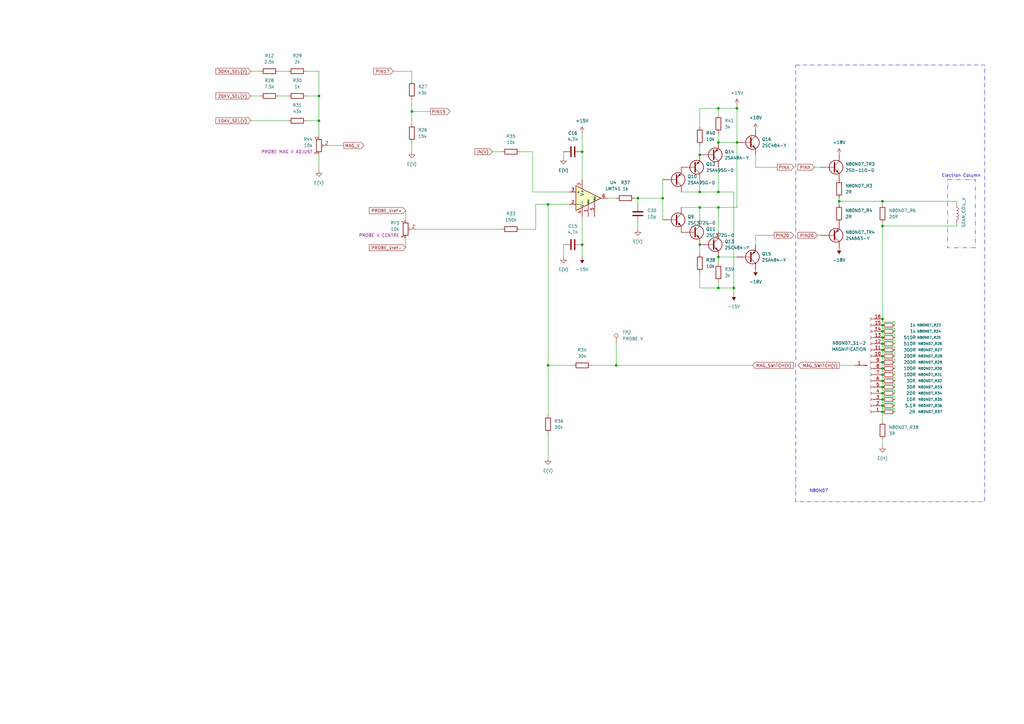
<source format=kicad_sch>
(kicad_sch (version 20250114) (generator "eeschema") (generator_version "9.0")
  (paper "A3")
  (lib_symbols
    (symbol "Amplifier_Operational:LM741" (pin_names (offset 0.127))
      (property "Reference" "U" (at 0 6.35 0))
      (property "Value" "LM741" (at 0 3.81 0))
      (symbol "LM741_0_1"
        (polyline (pts (xy -5.08 5.08) (xy 5.08 0) (xy -5.08 -5.08) (xy -5.08 5.08)) (stroke (width 0.254)) (fill (type background)))
      )
      (symbol "LM741_1_1"
        (pin input line (at -7.62 2.54 0) (length 2.54) (name "+") (number "3"))
        (pin input line (at -7.62 -2.54 0) (length 2.54) (name "-") (number "2"))
        (pin power_in line (at -2.54 7.62 270) (length 3.81) (name "V+") (number "7"))
        (pin power_in line (at -2.54 -7.62 90) (length 3.81) (name "V-") (number "4"))
        (pin no_connect line (at 0 2.54 270) (length 2.54) (hide yes) (name "NC") (number "8"))
        (pin input line (at 0 -7.62 90) (length 5.08) (name "NULL") (number "1"))
        (pin input line (at 2.54 -7.62 90) (length 6.35) (name "NULL") (number "5"))
        (pin output line (at 7.62 0 180) (length 2.54) (name "~") (number "6"))
      )
    )
    (symbol "Connector:Conn_01x01_Pin" (pin_names (offset 1.016) (hide yes))
      (property "Reference" "J" (at 0 2.54 0))
      (property "Value" "Conn_01x01_Pin" (at 0 -2.54 0))
      (symbol "Conn_01x01_Pin_1_1"
        (rectangle (start 0.8636 0.127) (end 0 -0.127) (stroke (width 0.1524)) (fill (type outline)))
        (polyline (pts (xy 1.27 0) (xy 0.8636 0)) (stroke (width 0.1524)))
        (pin passive line (at 5.08 0 180) (length 3.81) (name "Pin_1") (number "1"))
      )
    )
    (symbol "Connector:Conn_01x16_Socket" (pin_names (offset 1.016) (hide yes))
      (property "Reference" "J" (at 0 20.32 0))
      (property "Value" "Conn_01x16_Socket" (at 0 -22.86 0))
      (symbol "Conn_01x16_Socket_1_1"
        (polyline (pts (xy -1.27 17.78) (xy -0.508 17.78)) (stroke (width 0.1524)))
        (polyline (pts (xy -1.27 15.24) (xy -0.508 15.24)) (stroke (width 0.1524)))
        (polyline (pts (xy -1.27 12.7) (xy -0.508 12.7)) (stroke (width 0.1524)))
        (polyline (pts (xy -1.27 10.16) (xy -0.508 10.16)) (stroke (width 0.1524)))
        (polyline (pts (xy -1.27 7.62) (xy -0.508 7.62)) (stroke (width 0.1524)))
        (polyline (pts (xy -1.27 5.08) (xy -0.508 5.08)) (stroke (width 0.1524)))
        (polyline (pts (xy -1.27 2.54) (xy -0.508 2.54)) (stroke (width 0.1524)))
        (polyline (pts (xy -1.27 0) (xy -0.508 0)) (stroke (width 0.1524)))
        (polyline (pts (xy -1.27 -2.54) (xy -0.508 -2.54)) (stroke (width 0.1524)))
        (polyline (pts (xy -1.27 -5.08) (xy -0.508 -5.08)) (stroke (width 0.1524)))
        (polyline (pts (xy -1.27 -7.62) (xy -0.508 -7.62)) (stroke (width 0.1524)))
        (polyline (pts (xy -1.27 -10.16) (xy -0.508 -10.16)) (stroke (width 0.1524)))
        (polyline (pts (xy -1.27 -12.7) (xy -0.508 -12.7)) (stroke (width 0.1524)))
        (polyline (pts (xy -1.27 -15.24) (xy -0.508 -15.24)) (stroke (width 0.1524)))
        (polyline (pts (xy -1.27 -17.78) (xy -0.508 -17.78)) (stroke (width 0.1524)))
        (polyline (pts (xy -1.27 -20.32) (xy -0.508 -20.32)) (stroke (width 0.1524)))
        (arc (start 0 17.272) (mid -0.5058 17.78) (end 0 18.288) (stroke (width 0.1524)))
        (arc (start 0 14.732) (mid -0.5058 15.24) (end 0 15.748) (stroke (width 0.1524)))
        (arc (start 0 12.192) (mid -0.5058 12.7) (end 0 13.208) (stroke (width 0.1524)))
        (arc (start 0 9.652) (mid -0.5058 10.16) (end 0 10.668) (stroke (width 0.1524)))
        (arc (start 0 7.112) (mid -0.5058 7.62) (end 0 8.128) (stroke (width 0.1524)))
        (arc (start 0 4.572) (mid -0.5058 5.08) (end 0 5.588) (stroke (width 0.1524)))
        (arc (start 0 2.032) (mid -0.5058 2.54) (end 0 3.048) (stroke (width 0.1524)))
        (arc (start 0 -0.508) (mid -0.5058 0) (end 0 0.508) (stroke (width 0.1524)))
        (arc (start 0 -3.048) (mid -0.5058 -2.54) (end 0 -2.032) (stroke (width 0.1524)))
        (arc (start 0 -5.588) (mid -0.5058 -5.08) (end 0 -4.572) (stroke (width 0.1524)))
        (arc (start 0 -8.128) (mid -0.5058 -7.62) (end 0 -7.112) (stroke (width 0.1524)))
        (arc (start 0 -10.668) (mid -0.5058 -10.16) (end 0 -9.652) (stroke (width 0.1524)))
        (arc (start 0 -13.208) (mid -0.5058 -12.7) (end 0 -12.192) (stroke (width 0.1524)))
        (arc (start 0 -15.748) (mid -0.5058 -15.24) (end 0 -14.732) (stroke (width 0.1524)))
        (arc (start 0 -18.288) (mid -0.5058 -17.78) (end 0 -17.272) (stroke (width 0.1524)))
        (arc (start 0 -20.828) (mid -0.5058 -20.32) (end 0 -19.812) (stroke (width 0.1524)))
        (pin passive line (at -5.08 17.78 0) (length 3.81) (name "Pin_1") (number "1"))
        (pin passive line (at -5.08 15.24 0) (length 3.81) (name "Pin_2") (number "2"))
        (pin passive line (at -5.08 12.7 0) (length 3.81) (name "Pin_3") (number "3"))
        (pin passive line (at -5.08 10.16 0) (length 3.81) (name "Pin_4") (number "4"))
        (pin passive line (at -5.08 7.62 0) (length 3.81) (name "Pin_5") (number "5"))
        (pin passive line (at -5.08 5.08 0) (length 3.81) (name "Pin_6") (number "6"))
        (pin passive line (at -5.08 2.54 0) (length 3.81) (name "Pin_7") (number "7"))
        (pin passive line (at -5.08 0 0) (length 3.81) (name "Pin_8") (number "8"))
        (pin passive line (at -5.08 -2.54 0) (length 3.81) (name "Pin_9") (number "9"))
        (pin passive line (at -5.08 -5.08 0) (length 3.81) (name "Pin_10") (number "10"))
        (pin passive line (at -5.08 -7.62 0) (length 3.81) (name "Pin_11") (number "11"))
        (pin passive line (at -5.08 -10.16 0) (length 3.81) (name "Pin_12") (number "12"))
        (pin passive line (at -5.08 -12.7 0) (length 3.81) (name "Pin_13") (number "13"))
        (pin passive line (at -5.08 -15.24 0) (length 3.81) (name "Pin_14") (number "14"))
        (pin passive line (at -5.08 -17.78 0) (length 3.81) (name "Pin_15") (number "15"))
        (pin passive line (at -5.08 -20.32 0) (length 3.81) (name "Pin_16") (number "16"))
      )
    )
    (symbol "Connector:TestPoint" (pin_numbers (hide yes)) (pin_names (offset 0.762) (hide yes))
      (property "Reference" "TP" (at 0 6.858 0))
      (property "Value" "TestPoint" (at 0 5.08 0))
      (symbol "TestPoint_0_1"
        (circle (center 0 3.302) (radius 0.762))
      )
      (symbol "TestPoint_1_1"
        (pin passive line (at 0 0 90) (length 2.54) (name "1") (number "1"))
      )
    )
    (symbol "Device:C" (pin_numbers (hide yes)) (pin_names (offset 0.254))
      (property "Reference" "C" (at 0.635 2.54 0))
      (property "Value" "C" (at 0.635 -2.54 0))
      (symbol "C_0_1"
        (polyline (pts (xy -2.032 0.762) (xy 2.032 0.762)) (stroke (width 0.508)))
        (polyline (pts (xy -2.032 -0.762) (xy 2.032 -0.762)) (stroke (width 0.508)))
      )
      (symbol "C_1_1"
        (pin passive line (at 0 3.81 270) (length 2.794) (name "~") (number "1"))
        (pin passive line (at 0 -3.81 90) (length 2.794) (name "~") (number "2"))
      )
    )
    (symbol "Device:L" (pin_numbers (hide yes)) (pin_names (offset 1.016) (hide yes))
      (property "Reference" "L" (at -1.27 0 90))
      (property "Value" "L" (at 1.905 0 90))
      (symbol "L_0_1"
        (arc (start 0 2.54) (mid 0.6323 1.905) (end 0 1.27))
        (arc (start 0 1.27) (mid 0.6323 0.635) (end 0 0))
        (arc (start 0 0) (mid 0.6323 -0.635) (end 0 -1.27))
        (arc (start 0 -1.27) (mid 0.6323 -1.905) (end 0 -2.54))
      )
      (symbol "L_1_1"
        (pin passive line (at 0 3.81 270) (length 1.27) (name "1") (number "1"))
        (pin passive line (at 0 -3.81 90) (length 1.27) (name "2") (number "2"))
      )
    )
    (symbol "Device:Q_NPN" (pin_numbers (hide yes)) (pin_names (offset 0) (hide yes))
      (property "Reference" "Q" (at 5.08 1.27 0))
      (property "Value" "Q_NPN" (at 5.08 -1.27 0))
      (symbol "Q_NPN_0_1"
        (polyline (pts (xy -2.54 0) (xy 0.635 0)))
        (polyline (pts (xy 0.635 1.905) (xy 0.635 -1.905)) (stroke (width 0.508)))
        (polyline (pts (xy 0.635 0.635) (xy 2.54 2.54)))
        (polyline (pts (xy 0.635 -0.635) (xy 2.54 -2.54)))
        (circle (center 1.27 0) (radius 2.8194) (stroke (width 0.254)))
        (polyline (pts (xy 1.27 -1.778) (xy 1.778 -1.27) (xy 2.286 -2.286) (xy 1.27 -1.778)) (fill (type outline)))
      )
      (symbol "Q_NPN_1_1"
        (pin input line (at -5.08 0 0) (length 2.54) (name "B") (number "B"))
        (pin passive line (at 2.54 5.08 270) (length 2.54) (name "C") (number "C"))
        (pin passive line (at 2.54 -5.08 90) (length 2.54) (name "E") (number "E"))
      )
    )
    (symbol "Device:Q_PNP" (pin_numbers (hide yes)) (pin_names (offset 0) (hide yes))
      (property "Reference" "Q" (at 5.08 1.27 0))
      (property "Value" "Q_PNP" (at 5.08 -1.27 0))
      (symbol "Q_PNP_0_1"
        (polyline (pts (xy -2.54 0) (xy 0.635 0)))
        (polyline (pts (xy 0.635 1.905) (xy 0.635 -1.905)) (stroke (width 0.508)))
        (polyline (pts (xy 0.635 0.635) (xy 2.54 2.54)))
        (polyline (pts (xy 0.635 -0.635) (xy 2.54 -2.54)))
        (circle (center 1.27 0) (radius 2.8194) (stroke (width 0.254)))
        (polyline (pts (xy 2.286 -1.778) (xy 1.778 -2.286) (xy 1.27 -1.27) (xy 2.286 -1.778)) (fill (type outline)))
      )
      (symbol "Q_PNP_1_1"
        (pin input line (at -5.08 0 0) (length 2.54) (name "B") (number "B"))
        (pin passive line (at 2.54 5.08 270) (length 2.54) (name "C") (number "C"))
        (pin passive line (at 2.54 -5.08 90) (length 2.54) (name "E") (number "E"))
      )
    )
    (symbol "Device:R" (pin_numbers (hide yes)) (pin_names (offset 0))
      (property "Reference" "R" (at 2.032 0 90))
      (property "Value" "R" (at 0 0 90))
      (symbol "R_0_1"
        (rectangle (start -1.016 -2.54) (end 1.016 2.54) (stroke (width 0.254)))
      )
      (symbol "R_1_1"
        (pin passive line (at 0 3.81 270) (length 1.27) (name "~") (number "1"))
        (pin passive line (at 0 -3.81 90) (length 1.27) (name "~") (number "2"))
      )
    )
    (symbol "Device:R_Potentiometer_Trim" (pin_names (offset 1.016) (hide yes))
      (property "Reference" "RV" (at -4.445 0 90))
      (property "Value" "R_Potentiometer_Trim" (at -2.54 0 90))
      (symbol "R_Potentiometer_Trim_0_1"
        (rectangle (start 1.016 2.54) (end -1.016 -2.54) (stroke (width 0.254)))
        (polyline (pts (xy 1.524 0.762) (xy 1.524 -0.762)))
        (polyline (pts (xy 2.54 0) (xy 1.524 0)))
      )
      (symbol "R_Potentiometer_Trim_1_1"
        (pin passive line (at 0 3.81 270) (length 1.27) (name "1") (number "1"))
        (pin passive line (at 0 -3.81 90) (length 1.27) (name "3") (number "3"))
        (pin passive line (at 3.81 0 180) (length 1.27) (name "2") (number "2"))
      )
    )
    (symbol "Device:R_Small" (pin_numbers (hide yes)) (pin_names (offset 0.254) (hide yes))
      (property "Reference" "R" (at 0 0 90))
      (property "Value" "R_Small" (at 1.778 0 90))
      (symbol "R_Small_0_1"
        (rectangle (start -0.762 1.778) (end 0.762 -1.778) (stroke (width 0.2032)))
      )
      (symbol "R_Small_1_1"
        (pin passive line (at 0 2.54 270) (length 0.762) (name "~") (number "1"))
        (pin passive line (at 0 -2.54 90) (length 0.762) (name "~") (number "2"))
      )
    )
    (symbol "power:+15V" (power) (pin_numbers (hide yes)) (pin_names (offset 0) (hide yes))
      (property "Value" "+15V" (at 0 3.556 0))
      (symbol "+15V_0_1"
        (polyline (pts (xy -0.762 1.27) (xy 0 2.54)))
        (polyline (pts (xy 0 2.54) (xy 0.762 1.27)))
        (polyline (pts (xy 0 0) (xy 0 2.54)))
      )
      (symbol "+15V_1_1"
        (pin power_in line (at 0 0 90) (length 0) (name "~") (number "1"))
      )
    )
    (symbol "power:-15V" (power) (pin_numbers (hide yes)) (pin_names (offset 0) (hide yes))
      (property "Value" "-15V" (at 0 3.556 0))
      (symbol "-15V_0_0"
        (pin power_in line (at 0 0 90) (length 0) (name "~") (number "1"))
      )
      (symbol "-15V_0_1"
        (polyline (pts (xy 0 0) (xy 0 1.27) (xy 0.762 1.27) (xy 0 2.54) (xy -0.762 1.27) (xy 0 1.27)) (fill (type outline)))
      )
    )
    (symbol "power:GND" (power) (pin_numbers (hide yes)) (pin_names (offset 0) (hide yes))
      (property "Value" "GND" (at 0 -3.81 0))
      (symbol "GND_0_1"
        (polyline (pts (xy 0 0) (xy 0 -1.27) (xy 1.27 -1.27) (xy 0 -2.54) (xy -1.27 -1.27) (xy 0 -1.27)))
      )
      (symbol "GND_1_1"
        (pin power_in line (at 0 0 270) (length 0) (name "~") (number "1"))
      )
    )
  )
  (rectangle (start 388.62 73.66) (end 400.05 101.6) (stroke (width 0) (type dash_dot_dot)))
  (rectangle (start 326.39 26.67) (end 403.86 205.74) (stroke (width 0) (type dash_dot)))
  (text "N80N07" (at 335.788 201.422 0) (effects (font (size 1.27 1.27))))
  (text "Electron Column" (at 394.208 72.136 0) (effects (font (size 1.27 1.27))))
  (junction (at 224.79 149.86))
  (junction (at 287.02 85.09))
  (junction (at 130.81 49.53))
  (junction (at 361.95 153.67))
  (junction (at 361.95 82.55))
  (junction (at 261.62 81.28))
  (junction (at 294.64 78.74))
  (junction (at 294.64 105.41))
  (junction (at 361.95 138.43))
  (junction (at 168.91 45.72))
  (junction (at 361.95 135.89))
  (junction (at 300.99 118.11))
  (junction (at 361.95 161.29))
  (junction (at 294.64 85.09))
  (junction (at 361.95 140.97))
  (junction (at 294.64 118.11))
  (junction (at 130.81 39.37))
  (junction (at 294.64 44.45))
  (junction (at 238.76 62.23))
  (junction (at 294.64 58.42))
  (junction (at 361.95 143.51))
  (junction (at 287.02 100.33))
  (junction (at 344.17 82.55))
  (junction (at 238.76 100.33))
  (junction (at 361.95 92.71))
  (junction (at 302.26 44.45))
  (junction (at 361.95 151.13))
  (junction (at 287.02 78.74))
  (junction (at 361.95 156.21))
  (junction (at 287.02 63.5))
  (junction (at 361.95 166.37))
  (junction (at 361.95 133.35))
  (junction (at 361.95 146.05))
  (junction (at 224.79 83.82))
  (junction (at 252.73 149.86))
  (junction (at 361.95 148.59))
  (junction (at 271.78 81.28))
  (junction (at 361.95 158.75))
  (junction (at 361.95 130.81))
  (junction (at 361.95 168.91))
  (junction (at 302.26 58.42))
  (junction (at 361.95 163.83))
  (wire (pts (xy 392.43 82.55) (xy 361.95 82.55)))
  (wire (pts (xy 392.43 92.71) (xy 361.95 92.71)))
  (wire (pts (xy 300.99 120.65) (xy 300.99 118.11)))
  (wire (pts (xy 287.02 100.33) (xy 287.02 104.14)))
  (wire (pts (xy 287.02 52.07) (xy 287.02 44.45)))
  (wire (pts (xy 361.95 160.02) (xy 361.95 158.75)))
  (wire (pts (xy 125.73 49.53) (xy 130.81 49.53)))
  (wire (pts (xy 367.03 137.16) (xy 361.95 137.16)))
  (wire (pts (xy 367.03 138.43) (xy 367.03 137.16)))
  (wire (pts (xy 130.81 49.53) (xy 130.81 55.88)))
  (wire (pts (xy 218.44 62.23) (xy 218.44 78.74)))
  (wire (pts (xy 367.03 163.83) (xy 367.03 162.56)))
  (wire (pts (xy 367.03 140.97) (xy 367.03 139.7)))
  (wire (pts (xy 309.88 96.52) (xy 317.5 96.52)))
  (wire (pts (xy 219.71 83.82) (xy 219.71 93.98)))
  (wire (pts (xy 114.3 29.21) (xy 118.11 29.21)))
  (wire (pts (xy 114.3 39.37) (xy 118.11 39.37)))
  (wire (pts (xy 213.36 62.23) (xy 218.44 62.23)))
  (wire (pts (xy 294.64 78.74) (xy 287.02 78.74)))
  (wire (pts (xy 294.64 46.99) (xy 294.64 44.45)))
  (wire (pts (xy 248.92 81.28) (xy 252.73 81.28)))
  (wire (pts (xy 294.64 115.57) (xy 294.64 118.11)))
  (wire (pts (xy 367.03 132.08) (xy 361.95 132.08)))
  (wire (pts (xy 130.81 69.85) (xy 130.81 63.5)))
  (wire (pts (xy 367.03 161.29) (xy 367.03 160.02)))
  (wire (pts (xy 294.64 68.58) (xy 294.64 78.74)))
  (wire (pts (xy 336.55 96.52) (xy 335.28 96.52)))
  (wire (pts (xy 102.87 39.37) (xy 106.68 39.37)))
  (wire (pts (xy 367.03 146.05) (xy 367.03 144.78)))
  (wire (pts (xy 130.81 39.37) (xy 130.81 49.53)))
  (wire (pts (xy 361.95 167.64) (xy 361.95 166.37)))
  (wire (pts (xy 287.02 85.09) (xy 287.02 90.17)))
  (wire (pts (xy 287.02 118.11) (xy 294.64 118.11)))
  (wire (pts (xy 170.18 93.98) (xy 205.74 93.98)))
  (wire (pts (xy 367.03 148.59) (xy 367.03 147.32)))
  (wire (pts (xy 367.03 135.89) (xy 367.03 134.62)))
  (wire (pts (xy 287.02 73.66) (xy 287.02 78.74)))
  (wire (pts (xy 367.03 133.35) (xy 367.03 132.08)))
  (wire (pts (xy 125.73 29.21) (xy 130.81 29.21)))
  (wire (pts (xy 392.43 91.44) (xy 392.43 92.71)))
  (wire (pts (xy 361.95 139.7) (xy 361.95 138.43)))
  (wire (pts (xy 231.14 64.77) (xy 231.14 62.23)))
  (wire (pts (xy 300.99 78.74) (xy 294.64 78.74)))
  (wire (pts (xy 367.03 139.7) (xy 361.95 139.7)))
  (wire (pts (xy 367.03 153.67) (xy 367.03 152.4)))
  (wire (pts (xy 309.88 68.58) (xy 318.77 68.58)))
  (wire (pts (xy 302.26 44.45) (xy 302.26 58.42)))
  (wire (pts (xy 287.02 59.69) (xy 287.02 63.5)))
  (wire (pts (xy 344.17 82.55) (xy 344.17 83.82)))
  (wire (pts (xy 294.64 105.41) (xy 294.64 107.95)))
  (wire (pts (xy 361.95 134.62) (xy 367.03 134.62)))
  (wire (pts (xy 344.17 149.86) (xy 350.52 149.86)))
  (wire (pts (xy 287.02 44.45) (xy 294.64 44.45)))
  (wire (pts (xy 361.95 92.71) (xy 361.95 130.81)))
  (wire (pts (xy 361.95 142.24) (xy 361.95 140.97)))
  (wire (pts (xy 294.64 44.45) (xy 302.26 44.45)))
  (wire (pts (xy 234.95 149.86) (xy 224.79 149.86)))
  (wire (pts (xy 218.44 78.74) (xy 233.68 78.74)))
  (wire (pts (xy 279.4 78.74) (xy 287.02 78.74)))
  (wire (pts (xy 367.03 166.37) (xy 367.03 165.1)))
  (wire (pts (xy 287.02 111.76) (xy 287.02 118.11)))
  (wire (pts (xy 361.95 182.88) (xy 361.95 180.34)))
  (wire (pts (xy 224.79 83.82) (xy 224.79 149.86)))
  (wire (pts (xy 294.64 95.25) (xy 294.64 85.09)))
  (wire (pts (xy 361.95 162.56) (xy 361.95 161.29)))
  (wire (pts (xy 134.62 59.69) (xy 140.97 59.69)))
  (wire (pts (xy 309.88 100.33) (xy 309.88 96.52)))
  (wire (pts (xy 294.64 54.61) (xy 294.64 58.42)))
  (wire (pts (xy 367.03 151.13) (xy 367.03 149.86)))
  (wire (pts (xy 302.26 105.41) (xy 294.64 105.41)))
  (wire (pts (xy 300.99 118.11) (xy 300.99 78.74)))
  (wire (pts (xy 261.62 81.28) (xy 271.78 81.28)))
  (wire (pts (xy 294.64 118.11) (xy 300.99 118.11)))
  (wire (pts (xy 361.95 152.4) (xy 361.95 151.13)))
  (wire (pts (xy 367.03 142.24) (xy 361.95 142.24)))
  (wire (pts (xy 261.62 91.44) (xy 261.62 93.98)))
  (wire (pts (xy 168.91 40.64) (xy 168.91 45.72)))
  (wire (pts (xy 260.35 81.28) (xy 261.62 81.28)))
  (wire (pts (xy 367.03 167.64) (xy 361.95 167.64)))
  (wire (pts (xy 166.37 86.36) (xy 166.37 90.17)))
  (wire (pts (xy 168.91 45.72) (xy 168.91 50.8)))
  (wire (pts (xy 294.64 58.42) (xy 302.26 58.42)))
  (wire (pts (xy 367.03 160.02) (xy 361.95 160.02)))
  (wire (pts (xy 361.95 165.1) (xy 361.95 163.83)))
  (wire (pts (xy 367.03 158.75) (xy 367.03 157.48)))
  (wire (pts (xy 361.95 157.48) (xy 361.95 156.21)))
  (wire (pts (xy 361.95 147.32) (xy 361.95 146.05)))
  (wire (pts (xy 242.57 149.86) (xy 252.73 149.86)))
  (wire (pts (xy 344.17 81.28) (xy 344.17 82.55)))
  (wire (pts (xy 224.79 177.8) (xy 224.79 187.96)))
  (wire (pts (xy 361.95 134.62) (xy 361.95 133.35)))
  (wire (pts (xy 238.76 54.61) (xy 238.76 62.23)))
  (wire (pts (xy 361.95 144.78) (xy 361.95 143.51)))
  (wire (pts (xy 168.91 45.72) (xy 176.53 45.72)))
  (wire (pts (xy 231.14 105.41) (xy 231.14 100.33)))
  (wire (pts (xy 102.87 29.21) (xy 106.68 29.21)))
  (wire (pts (xy 367.03 149.86) (xy 361.95 149.86)))
  (wire (pts (xy 361.95 137.16) (xy 361.95 135.89)))
  (wire (pts (xy 224.79 149.86) (xy 224.79 170.18)))
  (wire (pts (xy 219.71 93.98) (xy 213.36 93.98)))
  (wire (pts (xy 279.4 85.09) (xy 287.02 85.09)))
  (wire (pts (xy 361.95 91.44) (xy 361.95 92.71)))
  (wire (pts (xy 125.73 39.37) (xy 130.81 39.37)))
  (wire (pts (xy 367.03 152.4) (xy 361.95 152.4)))
  (wire (pts (xy 361.95 154.94) (xy 361.95 153.67)))
  (wire (pts (xy 367.03 144.78) (xy 361.95 144.78)))
  (wire (pts (xy 302.26 58.42) (xy 302.26 85.09)))
  (wire (pts (xy 168.91 29.21) (xy 168.91 33.02)))
  (wire (pts (xy 238.76 100.33) (xy 238.76 88.9)))
  (wire (pts (xy 361.95 168.91) (xy 361.95 172.72)))
  (wire (pts (xy 367.03 143.51) (xy 367.03 142.24)))
  (wire (pts (xy 271.78 81.28) (xy 271.78 90.17)))
  (wire (pts (xy 367.03 157.48) (xy 361.95 157.48)))
  (wire (pts (xy 367.03 156.21) (xy 367.03 154.94)))
  (wire (pts (xy 367.03 168.91) (xy 367.03 167.64)))
  (wire (pts (xy 238.76 105.41) (xy 238.76 100.33)))
  (wire (pts (xy 392.43 83.82) (xy 392.43 82.55)))
  (wire (pts (xy 309.88 63.5) (xy 309.88 68.58)))
  (wire (pts (xy 361.95 82.55) (xy 344.17 82.55)))
  (wire (pts (xy 302.26 43.18) (xy 302.26 44.45)))
  (wire (pts (xy 302.26 85.09) (xy 294.64 85.09)))
  (wire (pts (xy 102.87 49.53) (xy 118.11 49.53)))
  (wire (pts (xy 294.64 85.09) (xy 287.02 85.09)))
  (wire (pts (xy 238.76 62.23) (xy 238.76 73.66)))
  (wire (pts (xy 201.93 62.23) (xy 205.74 62.23)))
  (wire (pts (xy 367.03 162.56) (xy 361.95 162.56)))
  (wire (pts (xy 219.71 83.82) (xy 224.79 83.82)))
  (wire (pts (xy 261.62 81.28) (xy 261.62 83.82)))
  (wire (pts (xy 361.95 149.86) (xy 361.95 148.59)))
  (wire (pts (xy 252.73 140.97) (xy 252.73 149.86)))
  (wire (pts (xy 361.95 132.08) (xy 361.95 130.81)))
  (wire (pts (xy 361.95 82.55) (xy 361.95 83.82)))
  (wire (pts (xy 166.37 97.79) (xy 166.37 101.6)))
  (wire (pts (xy 271.78 73.66) (xy 271.78 81.28)))
  (wire (pts (xy 367.03 154.94) (xy 361.95 154.94)))
  (wire (pts (xy 168.91 62.23) (xy 168.91 58.42)))
  (wire (pts (xy 336.55 68.58) (xy 334.01 68.58)))
  (wire (pts (xy 308.61 149.86) (xy 252.73 149.86)))
  (wire (pts (xy 224.79 83.82) (xy 233.68 83.82)))
  (wire (pts (xy 367.03 147.32) (xy 361.95 147.32)))
  (wire (pts (xy 161.29 29.21) (xy 168.91 29.21)))
  (wire (pts (xy 361.95 165.1) (xy 367.03 165.1)))
  (wire (pts (xy 130.81 29.21) (xy 130.81 39.37)))
  (global_label "PINX" (shape input) (at 334.01 68.58 180) (property "Intersheetrefs" "${INTERSHEET_REFS}" (effects (hide yes))))
  (global_label "30KV_SEL(V)" (shape input) (at 102.87 29.21 180) (property "Intersheetrefs" "${INTERSHEET_REFS}" (effects (hide yes))))
  (global_label "MAG_SWITCH(V)" (shape output) (at 344.17 149.86 180) (property "Intersheetrefs" "${INTERSHEET_REFS}" (effects (hide yes))))
  (global_label "20KV_SEL(V)" (shape input) (at 102.87 39.37 180) (property "Intersheetrefs" "${INTERSHEET_REFS}" (effects (hide yes))))
  (global_label "10KV_SEL(V)" (shape input) (at 102.87 49.53 180) (property "Intersheetrefs" "${INTERSHEET_REFS}" (effects (hide yes))))
  (global_label "PINX" (shape output) (at 318.77 68.58 0) (property "Intersheetrefs" "${INTERSHEET_REFS}" (effects (hide yes))))
  (global_label "PIN15" (shape output) (at 176.53 45.72 0) (property "Intersheetrefs" "${INTERSHEET_REFS}" (effects (hide yes))))
  (global_label "PROBE_Vref+" (shape input) (at 166.37 86.36 180) (property "Intersheetrefs" "${INTERSHEET_REFS}" (effects (hide yes))))
  (global_label "PIN17" (shape input) (at 161.29 29.21 180) (property "Intersheetrefs" "${INTERSHEET_REFS}" (effects (hide yes))))
  (global_label "IN(V)" (shape input) (at 201.93 62.23 180) (property "Intersheetrefs" "${INTERSHEET_REFS}" (effects (hide yes))))
  (global_label "MAG_V" (shape output) (at 140.97 59.69 0) (property "Intersheetrefs" "${INTERSHEET_REFS}" (effects (hide yes))))
  (global_label "PIN20" (shape input) (at 335.28 96.52 180) (property "Intersheetrefs" "${INTERSHEET_REFS}" (effects (hide yes))))
  (global_label "PROBE_Vref-" (shape input) (at 166.37 101.6 180) (property "Intersheetrefs" "${INTERSHEET_REFS}" (effects (hide yes))))
  (global_label "PIN20" (shape output) (at 317.5 96.52 0) (property "Intersheetrefs" "${INTERSHEET_REFS}" (effects (hide yes))))
  (global_label "MAG_SWITCH(V)" (shape input) (at 308.61 149.86 0) (property "Intersheetrefs" "${INTERSHEET_REFS}" (effects (hide yes))))
  (symbol (lib_id "power:-15V") (at 300.99 120.65 180) (unit 1)
    (property "Reference" "#PWR022" (effects (hide yes)))
    (property "Value" "-15V" (at 300.99 125.73 0))
    (property "Description" "Power symbol creates a global label with name \"-15V\"" (effects (hide yes)))
  )
  (symbol (lib_id "Device:Q_PNP") (at 284.48 68.58 0) (mirror x) (unit 1)
    (property "Reference" "Q12" (at 289.56 67.3099 0) (effects (justify left)))
    (property "Value" "2SA495G-0" (at 289.56 69.8499 0) (effects (justify left)))
    (property "Description" "PNP bipolar junction transistor" (effects (hide yes)))
  )
  (symbol (lib_id "Device:R") (at 256.54 81.28 90) (unit 1)
    (property "Reference" "R37" (at 256.54 74.93 90))
    (property "Value" "1k" (at 256.54 77.47 90))
    (property "Description" "Resistor" (effects (hide yes)))
  )
  (symbol (lib_id "power:GND") (at 224.79 187.96 0) (unit 1)
    (property "Reference" "#PWR048" (effects (hide yes)))
    (property "Value" "E(V)" (at 224.79 193.04 0))
    (property "Description" "Power symbol creates a global label with name \"GND\" , ground" (effects (hide yes)))
  )
  (symbol (lib_id "Device:Q_PNP") (at 292.1 63.5 0) (mirror x) (unit 1)
    (property "Reference" "Q14" (at 297.18 62.2299 0) (effects (justify left)))
    (property "Value" "2SA484-Y" (at 297.18 64.7699 0) (effects (justify left)))
    (property "Description" "PNP bipolar junction transistor" (effects (hide yes)))
  )
  (symbol (lib_id "power:-15V") (at 309.88 110.49 180) (unit 1)
    (property "Reference" "#PWR025" (effects (hide yes)))
    (property "Value" "-18V" (at 309.88 115.57 0))
    (property "Description" "Power symbol creates a global label with name \"-15V\"" (effects (hide yes)))
  )
  (symbol (lib_id "power:+15V") (at 302.26 43.18 0) (unit 1)
    (property "Reference" "#PWR023" (effects (hide yes)))
    (property "Value" "+15V" (at 302.26 38.1 0))
    (property "Description" "Power symbol creates a global label with name \"+15V\"" (effects (hide yes)))
  )
  (symbol (lib_id "Device:R") (at 294.64 111.76 0) (unit 1)
    (property "Reference" "R39" (at 297.18 110.4899 0) (effects (justify left)))
    (property "Value" "3k" (at 297.18 113.0299 0) (effects (justify left)))
    (property "Description" "Resistor" (effects (hide yes)))
  )
  (symbol (lib_id "Device:R") (at 287.02 107.95 0) (unit 1)
    (property "Reference" "R38" (at 289.56 106.6799 0) (effects (justify left)))
    (property "Value" "10k" (at 289.56 109.2199 0) (effects (justify left)))
    (property "Description" "Resistor" (effects (hide yes)))
  )
  (symbol (lib_id "power:GND") (at 361.95 182.88 0) (unit 1)
    (property "Reference" "#PWR077" (effects (hide yes)))
    (property "Value" "E(H)" (at 361.95 187.96 0))
    (property "Description" "Power symbol creates a global label with name \"GND\" , ground" (effects (hide yes)))
  )
  (symbol (lib_id "Device:R_Potentiometer_Trim") (at 130.81 59.69 0) (unit 1)
    (property "Reference" "RV4" (at 128.27 57.1499 0) (effects (justify right)))
    (property "Value" "10k" (at 128.27 59.6899 0) (effects (justify right)))
    (property "Description" "PROBE MAG V ADJUST" (at 128.27 62.2299 0) (effects (justify right)))
  )
  (symbol (lib_id "Device:Q_NPN") (at 307.34 58.42 0) (unit 1)
    (property "Reference" "Q16" (at 312.42 57.1499 0) (effects (justify left)))
    (property "Value" "2SC484-Y" (at 312.42 59.6899 0) (effects (justify left)))
    (property "Description" "NPN bipolar junction transistor" (effects (hide yes)))
  )
  (symbol (lib_id "Device:R") (at 110.49 39.37 90) (unit 1)
    (property "Reference" "R28" (at 110.49 33.02 90))
    (property "Value" "7.5k" (at 110.49 35.56 90))
    (property "Description" "Resistor" (effects (hide yes)))
  )
  (symbol (lib_id "Amplifier_Operational:LM741") (at 241.3 81.28 0) (unit 1)
    (property "Reference" "U4" (at 251.46 74.8598 0))
    (property "Value" "LM741" (at 251.46 77.3998 0))
    (property "Datasheet" "http://www.ti.com/lit/ds/symlink/lm741.pdf" (effects (hide yes)))
    (property "Description" "Operational Amplifier, DIP-8/TO-99-8" (effects (hide yes)))
  )
  (symbol (lib_id "Device:Q_NPN") (at 276.86 90.17 0) (unit 1)
    (property "Reference" "Q9" (at 281.94 88.8999 0) (effects (justify left)))
    (property "Value" "2SC372G-0" (at 281.94 91.4399 0) (effects (justify left)))
    (property "Description" "NPN bipolar junction transistor" (effects (hide yes)))
  )
  (symbol (lib_id "Device:R") (at 344.17 87.63 0) (unit 1) (in_bom no) (on_board no)
    (property "Reference" "N80N07_R4" (at 346.71 86.3599 0) (effects (justify left)))
    (property "Value" "2R" (at 346.71 88.8999 0) (effects (justify left)))
    (property "Description" "Resistor" (effects (hide yes)))
  )
  (symbol (lib_id "Device:R") (at 121.92 39.37 90) (unit 1)
    (property "Reference" "R30" (at 121.92 33.02 90))
    (property "Value" "1k" (at 121.92 35.56 90))
    (property "Description" "Resistor" (effects (hide yes)))
  )
  (symbol (lib_id "Device:Q_NPN") (at 341.63 68.58 0) (unit 1) (in_bom no) (on_board no)
    (property "Reference" "N80N07_TR3" (at 346.71 67.3099 0) (effects (justify left)))
    (property "Value" "2SD-110-0" (at 346.71 69.8499 0) (effects (justify left)))
    (property "Description" "NPN bipolar junction transistor" (effects (hide yes)))
  )
  (symbol (lib_id "Device:R") (at 168.91 36.83 0) (unit 1)
    (property "Reference" "R27" (at 171.45 35.5599 0) (effects (justify left)))
    (property "Value" "43k" (at 171.45 38.0999 0) (effects (justify left)))
    (property "Description" "Resistor" (effects (hide yes)))
  )
  (symbol (lib_id "power:GND") (at 168.91 62.23 0) (unit 1)
    (property "Reference" "#PWR047" (effects (hide yes)))
    (property "Value" "E(V)" (at 168.91 67.31 0))
    (property "Description" "Power symbol creates a global label with name \"GND\" , ground" (effects (hide yes)))
  )
  (symbol (lib_id "Device:R") (at 224.79 173.99 0) (unit 1)
    (property "Reference" "R36" (at 227.33 172.7199 0) (effects (justify left)))
    (property "Value" "30k" (at 227.33 175.2599 0) (effects (justify left)))
    (property "Description" "Resistor" (effects (hide yes)))
  )
  (symbol (lib_id "power:-15V") (at 238.76 105.41 180) (unit 1)
    (property "Reference" "#PWR010" (effects (hide yes)))
    (property "Value" "-15V" (at 238.76 110.49 0))
    (property "Description" "Power symbol creates a global label with name \"-15V\"" (effects (hide yes)))
  )
  (symbol (lib_id "Device:R") (at 110.49 29.21 90) (unit 1)
    (property "Reference" "R12" (at 110.49 22.86 90))
    (property "Value" "2.5k" (at 110.49 25.4 90))
    (property "Description" "Resistor" (effects (hide yes)))
  )
  (symbol (lib_id "Device:R") (at 344.17 77.47 0) (unit 1) (in_bom no) (on_board no)
    (property "Reference" "N80N07_R3" (at 346.71 76.1999 0) (effects (justify left)))
    (property "Value" "2R" (at 346.71 78.7399 0) (effects (justify left)))
    (property "Description" "Resistor" (effects (hide yes)))
  )
  (symbol (lib_id "Device:R") (at 121.92 49.53 90) (unit 1)
    (property "Reference" "R31" (at 121.92 43.18 90))
    (property "Value" "43k" (at 121.92 45.72 90))
    (property "Description" "Resistor" (effects (hide yes)))
  )
  (symbol (lib_id "Device:R_Small") (at 364.49 138.43 90) (unit 1) (in_bom no) (on_board no)
    (property "Reference" "N80N07_R25" (at 381 138.43 90) (effects (font (size 1.016 1.016))))
    (property "Value" "510R" (at 373.126 138.43 90))
    (property "Description" "Resistor, small symbol" (effects (hide yes)))
  )
  (symbol (lib_id "Device:R_Small") (at 364.49 140.97 90) (unit 1) (in_bom no) (on_board no)
    (property "Reference" "N80N07_R26" (at 381.508 140.97 90) (effects (font (size 1.016 1.016))))
    (property "Value" "510R" (at 373.126 140.97 90))
    (property "Description" "Resistor, small symbol" (effects (hide yes)))
  )
  (symbol (lib_id "Device:R_Small") (at 364.49 143.51 90) (unit 1) (in_bom no) (on_board no)
    (property "Reference" "N80N07_R27" (at 381.508 143.51 90) (effects (font (size 1.016 1.016))))
    (property "Value" "300R" (at 373.126 143.51 90))
    (property "Description" "Resistor, small symbol" (effects (hide yes)))
  )
  (symbol (lib_id "Device:C") (at 261.62 87.63 0) (unit 1)
    (property "Reference" "C30" (at 265.43 86.3599 0) (effects (justify left)))
    (property "Value" "10p" (at 265.43 88.8999 0) (effects (justify left)))
    (property "Description" "Unpolarized capacitor" (effects (hide yes)))
  )
  (symbol (lib_id "Device:R") (at 209.55 93.98 90) (unit 1)
    (property "Reference" "R33" (at 209.55 87.63 90))
    (property "Value" "150k" (at 209.55 90.17 90))
    (property "Description" "Resistor" (effects (hide yes)))
  )
  (symbol (lib_id "Device:R") (at 294.64 50.8 0) (unit 1)
    (property "Reference" "R41" (at 297.18 49.5299 0) (effects (justify left)))
    (property "Value" "3k" (at 297.18 52.0699 0) (effects (justify left)))
    (property "Description" "Resistor" (effects (hide yes)))
  )
  (symbol (lib_id "Connector:TestPoint") (at 252.73 140.97 0) (mirror y) (unit 1)
    (property "Reference" "TP2" (at 255.27 136.3979 0) (effects (justify right)))
    (property "Value" "PROBE V" (at 255.27 138.9379 0) (effects (justify right)))
    (property "Description" "test point" (effects (hide yes)))
  )
  (symbol (lib_id "Device:R") (at 121.92 29.21 90) (unit 1)
    (property "Reference" "R29" (at 121.92 22.86 90))
    (property "Value" "2k" (at 121.92 25.4 90))
    (property "Description" "Resistor" (effects (hide yes)))
  )
  (symbol (lib_id "Device:R_Small") (at 364.49 166.37 90) (unit 1) (in_bom no) (on_board no)
    (property "Reference" "N80N07_R36" (at 381.508 166.37 90) (effects (font (size 1.016 1.016))))
    (property "Value" "5.1R" (at 373.38 166.37 90))
    (property "Description" "Resistor, small symbol" (effects (hide yes)))
  )
  (symbol (lib_id "Device:R") (at 168.91 54.61 0) (unit 1)
    (property "Reference" "R26" (at 171.45 53.3399 0) (effects (justify left)))
    (property "Value" "15k" (at 171.45 55.8799 0) (effects (justify left)))
    (property "Description" "Resistor" (effects (hide yes)))
  )
  (symbol (lib_id "Device:R_Small") (at 364.49 156.21 90) (unit 1) (in_bom no) (on_board no)
    (property "Reference" "N80N07_R32" (at 381.508 156.21 90) (effects (font (size 1.016 1.016))))
    (property "Value" "30R" (at 373.634 156.21 90))
    (property "Description" "Resistor, small symbol" (effects (hide yes)))
  )
  (symbol (lib_id "Device:R") (at 361.95 176.53 0) (unit 1) (in_bom no) (on_board no)
    (property "Reference" "N80N07_R38" (at 364.49 175.2599 0) (effects (justify left)))
    (property "Value" "3R" (at 364.49 177.7999 0) (effects (justify left)))
    (property "Description" "Resistor" (effects (hide yes)))
  )
  (symbol (lib_id "Device:R_Small") (at 364.49 133.35 90) (unit 1) (in_bom no) (on_board no)
    (property "Reference" "N80N07_R23" (at 381 133.35 90) (effects (font (size 1.016 1.016))))
    (property "Value" "1k" (at 374.396 133.35 90))
    (property "Description" "Resistor, small symbol" (effects (hide yes)))
  )
  (symbol (lib_id "Device:R_Small") (at 364.49 151.13 90) (unit 1) (in_bom no) (on_board no)
    (property "Reference" "N80N07_R30" (at 381.508 151.13 90) (effects (font (size 1.016 1.016))))
    (property "Value" "100R" (at 373.126 151.13 90))
    (property "Description" "Resistor, small symbol" (effects (hide yes)))
  )
  (symbol (lib_id "power:-15V") (at 344.17 101.6 180) (unit 1)
    (property "Reference" "#PWR076" (effects (hide yes)))
    (property "Value" "-18V" (at 344.17 106.68 0))
    (property "Description" "Power symbol creates a global label with name \"-15V\"" (effects (hide yes)))
  )
  (symbol (lib_id "Device:R") (at 361.95 87.63 0) (unit 1) (in_bom no) (on_board no)
    (property "Reference" "N80N07_R6" (at 364.49 86.3599 0) (effects (justify left)))
    (property "Value" "20R" (at 364.49 88.8999 0) (effects (justify left)))
    (property "Description" "Resistor" (effects (hide yes)))
  )
  (symbol (lib_id "Device:C") (at 234.95 100.33 90) (unit 1)
    (property "Reference" "C15" (at 234.95 92.71 90))
    (property "Value" "4.7n" (at 234.95 95.25 90))
    (property "Description" "Unpolarized capacitor" (effects (hide yes)))
  )
  (symbol (lib_id "Device:L") (at 392.43 87.63 0) (unit 1) (in_bom no) (on_board no)
    (property "Reference" "SCAN_COIL_V" (at 395.224 87.122 90))
    (property "Value" "L" (effects (hide yes)))
    (property "Description" "Inductor" (effects (hide yes)))
  )
  (symbol (lib_id "Device:R_Small") (at 364.49 153.67 90) (unit 1) (in_bom no) (on_board no)
    (property "Reference" "N80N07_R31" (at 381.508 153.67 90) (effects (font (size 1.016 1.016))))
    (property "Value" "100R" (at 373.126 153.67 90))
    (property "Description" "Resistor, small symbol" (effects (hide yes)))
  )
  (symbol (lib_id "power:+15V") (at 238.76 54.61 0) (unit 1)
    (property "Reference" "#PWR04" (effects (hide yes)))
    (property "Value" "+15V" (at 238.76 49.53 0))
    (property "Description" "Power symbol creates a global label with name \"+15V\"" (effects (hide yes)))
  )
  (symbol (lib_id "Device:R") (at 238.76 149.86 270) (mirror x) (unit 1)
    (property "Reference" "R34" (at 238.76 143.51 90))
    (property "Value" "30k" (at 238.76 146.05 90))
    (property "Description" "Resistor" (effects (hide yes)))
  )
  (symbol (lib_id "Device:R_Small") (at 364.49 158.75 90) (unit 1) (in_bom no) (on_board no)
    (property "Reference" "N80N07_R33" (at 381.508 158.75 90) (effects (font (size 1.016 1.016))))
    (property "Value" "30R" (at 373.634 158.75 90))
    (property "Description" "Resistor, small symbol" (effects (hide yes)))
  )
  (symbol (lib_id "Device:R_Small") (at 364.49 146.05 90) (unit 1) (in_bom no) (on_board no)
    (property "Reference" "N80N07_R28" (at 381.508 146.05 90) (effects (font (size 1.016 1.016))))
    (property "Value" "200R" (at 373.126 146.05 90))
    (property "Description" "Resistor, small symbol" (effects (hide yes)))
  )
  (symbol (lib_id "power:+15V") (at 309.88 53.34 0) (unit 1)
    (property "Reference" "#PWR024" (effects (hide yes)))
    (property "Value" "+18V" (at 309.88 48.26 0))
    (property "Description" "Power symbol creates a global label with name \"+15V\"" (effects (hide yes)))
  )
  (symbol (lib_id "Device:Q_PNP") (at 341.63 96.52 0) (mirror x) (unit 1) (in_bom no) (on_board no)
    (property "Reference" "N80N07_TR4" (at 346.71 95.2499 0) (effects (justify left)))
    (property "Value" "2SA663-Y" (at 346.71 97.7899 0) (effects (justify left)))
    (property "Description" "PNP bipolar junction transistor" (effects (hide yes)))
  )
  (symbol (lib_id "Device:R_Small") (at 364.49 135.89 90) (unit 1) (in_bom no) (on_board no)
    (property "Reference" "N80N07_R24" (at 381 135.89 90) (effects (font (size 1.016 1.016))))
    (property "Value" "1k" (at 374.396 135.89 90))
    (property "Description" "Resistor, small symbol" (effects (hide yes)))
  )
  (symbol (lib_id "Device:Q_PNP") (at 307.34 105.41 0) (mirror x) (unit 1)
    (property "Reference" "Q15" (at 312.42 104.1399 0) (effects (justify left)))
    (property "Value" "2SA484-Y" (at 312.42 106.6799 0) (effects (justify left)))
    (property "Description" "PNP bipolar junction transistor" (effects (hide yes)))
  )
  (symbol (lib_id "power:GND") (at 231.14 64.77 0) (unit 1)
    (property "Reference" "#PWR050" (effects (hide yes)))
    (property "Value" "E(V)" (at 231.14 69.85 0))
    (property "Description" "Power symbol creates a global label with name \"GND\" , ground" (effects (hide yes)))
  )
  (symbol (lib_id "Device:R_Small") (at 364.49 161.29 90) (unit 1) (in_bom no) (on_board no)
    (property "Reference" "N80N07_R34" (at 381.508 161.29 90) (effects (font (size 1.016 1.016))))
    (property "Value" "20R" (at 373.634 161.29 90))
    (property "Description" "Resistor, small symbol" (effects (hide yes)))
  )
  (symbol (lib_id "Device:Q_NPN") (at 284.48 95.25 0) (unit 1)
    (property "Reference" "Q11" (at 289.56 93.9799 0) (effects (justify left)))
    (property "Value" "2SC372G-0" (at 289.56 96.5199 0) (effects (justify left)))
    (property "Description" "NPN bipolar junction transistor" (effects (hide yes)))
  )
  (symbol (lib_id "power:+15V") (at 344.17 63.5 0) (unit 1)
    (property "Reference" "#PWR075" (effects (hide yes)))
    (property "Value" "+18V" (at 344.17 58.42 0))
    (property "Description" "Power symbol creates a global label with name \"+15V\"" (effects (hide yes)))
  )
  (symbol (lib_id "power:GND") (at 231.14 105.41 0) (unit 1)
    (property "Reference" "#PWR078" (effects (hide yes)))
    (property "Value" "E(V)" (at 231.14 110.49 0))
    (property "Description" "Power symbol creates a global label with name \"GND\" , ground" (effects (hide yes)))
  )
  (symbol (lib_id "Connector:Conn_01x01_Pin") (at 355.6 149.86 0) (mirror y) (unit 1) (in_bom no) (on_board no)
    (property "Reference" "J1" (effects (hide yes)))
    (property "Value" "Conn_01x01_Pin" (effects (hide yes)))
    (property "Description" "Generic connector, single row, 01x01, script generated" (effects (hide yes)))
  )
  (symbol (lib_id "Device:R_Small") (at 364.49 163.83 90) (unit 1) (in_bom no) (on_board no)
    (property "Reference" "N80N07_R35" (at 381.508 163.83 90) (effects (font (size 1.016 1.016))))
    (property "Value" "10R" (at 373.634 163.83 90))
    (property "Description" "Resistor, small symbol" (effects (hide yes)))
  )
  (symbol (lib_id "Device:R") (at 209.55 62.23 90) (unit 1)
    (property "Reference" "R35" (at 209.55 55.88 90))
    (property "Value" "10k" (at 209.55 58.42 90))
    (property "Description" "Resistor" (effects (hide yes)))
  )
  (symbol (lib_id "Connector:Conn_01x16_Socket") (at 356.87 151.13 180) (unit 1) (in_bom no) (on_board no)
    (property "Reference" "N80N07_S1-2" (at 348.234 140.716 0))
    (property "Value" "MAGNIFICATION" (at 348.234 143.256 0))
    (property "Description" "Generic connector, single row, 01x16, script generated" (effects (hide yes)))
  )
  (symbol (lib_id "Device:C") (at 234.95 62.23 90) (unit 1)
    (property "Reference" "C16" (at 234.95 54.61 90))
    (property "Value" "4.7n" (at 234.95 57.15 90))
    (property "Description" "Unpolarized capacitor" (effects (hide yes)))
  )
  (symbol (lib_id "Device:R_Potentiometer_Trim") (at 166.37 93.98 0) (unit 1)
    (property "Reference" "RV3" (at 163.83 91.4399 0) (effects (justify right)))
    (property "Value" "10k" (at 163.83 93.9799 0) (effects (justify right)))
    (property "Description" "PROBE V CENTRE" (at 163.83 96.5199 0) (effects (justify right)))
  )
  (symbol (lib_id "Device:Q_NPN") (at 292.1 100.33 0) (unit 1)
    (property "Reference" "Q13" (at 297.18 99.0599 0) (effects (justify left)))
    (property "Value" "2SC484-Y" (at 297.18 101.5999 0) (effects (justify left)))
    (property "Description" "NPN bipolar junction transistor" (effects (hide yes)))
  )
  (symbol (lib_id "power:GND") (at 130.81 69.85 0) (unit 1)
    (property "Reference" "#PWR051" (effects (hide yes)))
    (property "Value" "E(V)" (at 130.81 74.93 0))
    (property "Description" "Power symbol creates a global label with name \"GND\" , ground" (effects (hide yes)))
  )
  (symbol (lib_id "Device:R") (at 287.02 55.88 0) (unit 1)
    (property "Reference" "R40" (at 289.56 54.6099 0) (effects (justify left)))
    (property "Value" "10k" (at 289.56 57.1499 0) (effects (justify left)))
    (property "Description" "Resistor" (effects (hide yes)))
  )
  (symbol (lib_id "Device:R_Small") (at 364.49 168.91 90) (unit 1) (in_bom no) (on_board no)
    (property "Reference" "N80N07_R37" (at 381.508 168.91 90) (effects (font (size 1.016 1.016))))
    (property "Value" "2R" (at 374.142 168.91 90))
    (property "Description" "Resistor, small symbol" (effects (hide yes)))
  )
  (symbol (lib_id "power:GND") (at 261.62 93.98 0) (unit 1)
    (property "Reference" "#PWR049" (effects (hide yes)))
    (property "Value" "E(V)" (at 261.62 99.06 0))
    (property "Description" "Power symbol creates a global label with name \"GND\" , ground" (effects (hide yes)))
  )
  (symbol (lib_id "Device:Q_PNP") (at 276.86 73.66 0) (mirror x) (unit 1)
    (property "Reference" "Q10" (at 281.94 72.3899 0) (effects (justify left)))
    (property "Value" "2SA495G-0" (at 281.94 74.9299 0) (effects (justify left)))
    (property "Description" "PNP bipolar junction transistor" (effects (hide yes)))
  )
  (symbol (lib_id "Device:R_Small") (at 364.49 148.59 90) (unit 1) (in_bom no) (on_board no)
    (property "Reference" "N80N07_R29" (at 381.508 148.59 90) (effects (font (size 1.016 1.016))))
    (property "Value" "200R" (at 373.126 148.59 90))
    (property "Description" "Resistor, small symbol" (effects (hide yes)))
  )
)
</source>
